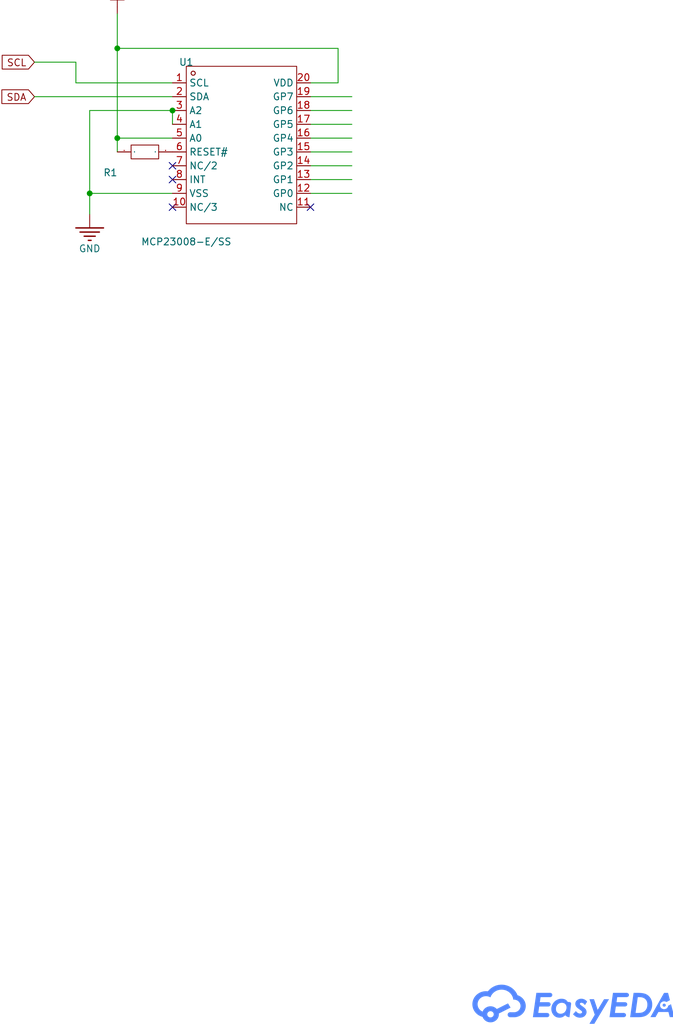
<source format=kicad_sch>
(kicad_sch (version 20250114) (generator "eeschema") (generator_version "9.0")
  (paper "User" 123.876 188.265)
  (lib_symbols
    (symbol "ProPrj_Pra-easyedapro:Drawing-Symbol_A4")
    (symbol "ProPrj_Pra-easyedapro:FRC0603J103TS"
      (property "Reference" "R" (at 0 0 0))
      (symbol "FRC0603J103TS_1_0"
        (pin unspecified line (at -5.08 0 0) (length 2.54) (name "1") (number "1"))
        (pin unspecified line (at 5.08 0 180) (length 2.54) (name "2") (number "2"))
      )
    )
    (symbol "ProPrj_Pra-easyedapro:Ground-GND" (power) (pin_numbers (hide yes)) (pin_names (hide yes))
      (property "Value" "GND" (at 0 -6.35 0))
      (symbol "Ground-GND_1_0"
        (pin power_in line (at 0 0 270) (length 2.54) (name "GND") (number "1"))
      )
    )
    (symbol "ProPrj_Pra-easyedapro:MCP23008-E/SS"
      (property "Reference" "U" (at 0 0 0))
      (symbol "MCP23008-E/SS_1_0"
        (pin unspecified line (at -12.7 11.43 0) (length 2.54) (name "SCL") (number "1"))
        (pin unspecified line (at -12.7 8.89 0) (length 2.54) (name "SDA") (number "2"))
        (pin unspecified line (at -12.7 6.35 0) (length 2.54) (name "A2") (number "3"))
        (pin unspecified line (at -12.7 3.81 0) (length 2.54) (name "A1") (number "4"))
        (pin unspecified line (at -12.7 1.27 0) (length 2.54) (name "A0") (number "5"))
        (pin unspecified line (at -12.7 -1.27 0) (length 2.54) (name "RESET#") (number "6"))
        (pin unspecified line (at -12.7 -3.81 0) (length 2.54) (name "NC/2") (number "7"))
        (pin unspecified line (at -12.7 -6.35 0) (length 2.54) (name "INT") (number "8"))
        (pin unspecified line (at -12.7 -8.89 0) (length 2.54) (name "VSS") (number "9"))
        (pin unspecified line (at -12.7 -11.43 0) (length 2.54) (name "NC/3") (number "10"))
        (pin unspecified line (at 12.7 11.43 180) (length 2.54) (name "VDD") (number "20"))
        (pin unspecified line (at 12.7 8.89 180) (length 2.54) (name "GP7") (number "19"))
        (pin unspecified line (at 12.7 6.35 180) (length 2.54) (name "GP6") (number "18"))
        (pin unspecified line (at 12.7 3.81 180) (length 2.54) (name "GP5") (number "17"))
        (pin unspecified line (at 12.7 1.27 180) (length 2.54) (name "GP4") (number "16"))
        (pin unspecified line (at 12.7 -1.27 180) (length 2.54) (name "GP3") (number "15"))
        (pin unspecified line (at 12.7 -3.81 180) (length 2.54) (name "GP2") (number "14"))
        (pin unspecified line (at 12.7 -6.35 180) (length 2.54) (name "GP1") (number "13"))
        (pin unspecified line (at 12.7 -8.89 180) (length 2.54) (name "GP0") (number "12"))
        (pin unspecified line (at 12.7 -11.43 180) (length 2.54) (name "NC") (number "11"))
      )
    )
    (symbol "ProPrj_Pra-easyedapro:Power-5V" (power) (pin_numbers (hide yes)) (pin_names (hide yes))
      (symbol "Power-5V_1_0"
        (pin power_in line (at 0 0 90) (length 1.27) (name "+5V") (number "1"))
      )
    )
  )
  (junction (at 21.59 8.89))
  (junction (at 16.51 35.56))
  (junction (at 31.75 20.32))
  (junction (at 21.59 25.4))
  (no_connect (at 31.75 33.02))
  (no_connect (at 31.75 30.48))
  (no_connect (at 31.75 38.1))
  (no_connect (at 57.15 38.1))
  (wire (pts (xy 6.35 17.78) (xy 31.75 17.78)))
  (wire (pts (xy 57.15 33.02) (xy 64.77 33.02)))
  (wire (pts (xy 57.15 27.94) (xy 64.77 27.94)))
  (wire (pts (xy 31.75 22.86) (xy 31.75 20.32)))
  (wire (pts (xy 16.51 20.32) (xy 16.51 35.56)))
  (wire (pts (xy 16.51 39.37) (xy 16.51 35.56)))
  (wire (pts (xy 62.23 15.24) (xy 57.15 15.24)))
  (wire (pts (xy 57.15 22.86) (xy 64.77 22.86)))
  (wire (pts (xy 62.23 8.89) (xy 62.23 15.24)))
  (wire (pts (xy 31.75 35.56) (xy 16.51 35.56)))
  (wire (pts (xy 57.15 20.32) (xy 64.77 20.32)))
  (wire (pts (xy 31.75 15.24) (xy 13.97 15.24)))
  (wire (pts (xy 21.59 27.94) (xy 21.59 25.4)))
  (wire (pts (xy 13.97 15.24) (xy 13.97 11.43)))
  (wire (pts (xy 21.59 8.89) (xy 62.23 8.89)))
  (wire (pts (xy 16.51 20.32) (xy 31.75 20.32)))
  (wire (pts (xy 13.97 11.43) (xy 6.35 11.43)))
  (wire (pts (xy 21.59 25.4) (xy 31.75 25.4)))
  (wire (pts (xy 57.15 30.48) (xy 64.77 30.48)))
  (wire (pts (xy 21.59 25.4) (xy 21.59 8.89)))
  (wire (pts (xy 57.15 35.56) (xy 64.77 35.56)))
  (wire (pts (xy 21.59 8.89) (xy 21.59 2.54)))
  (wire (pts (xy 57.15 25.4) (xy 64.77 25.4)))
  (wire (pts (xy 57.15 17.78) (xy 64.77 17.78)))
  (global_label "SDA" (shape input) (at 6.35 17.78 180) (property "Intersheetrefs" "${INTERSHEET_REFS}" (effects (hide yes))))
  (global_label "SCL" (shape input) (at 6.35 11.43 180) (property "Intersheetrefs" "${INTERSHEET_REFS}" (effects (hide yes))))
  (symbol (lib_id "ProPrj_Pra-easyedapro:Power-5V") (at 21.59 2.54 0) (unit 1)
    (property "Reference" "#PWR?" (effects (hide yes)))
    (property "Value" "+5V" (at 21.59 -1.27 0))
    (property "Footprint" "ProPrj_Pra-easyedapro:" (effects (hide yes)))
    (property "Description" "Power-5V" (effects (hide yes)))
  )
  (symbol (lib_id "ProPrj_Pra-easyedapro:Drawing-Symbol_A4") (at -38.1 191.77 0) (unit 1)
    (property "Reference" "?" (at -38.1 191.77 0))
    (property "Footprint" "ProPrj_Pra-easyedapro:" (effects (hide yes)))
    (property "@Board Name" "8 Digital Inputs" (at -38.1 191.77 0))
    (property "@Create Date" "2025-08-18" (at -38.1 191.77 0))
    (property "@Create Time" "22:41:48" (at -38.1 191.77 0))
    (property "@Page Count" "1" (at -38.1 191.77 0))
    (property "@Page Name" "P1" (at -38.1 191.77 0))
    (property "@Page No" "1" (at -38.1 191.77 0))
    (property "@Project Name" "Practice 4 layer" (at -38.1 191.77 0))
    (property "@Schematic Name" "Schematic2" (at -38.1 191.77 0))
    (property "@Update Date" "2025-08-18" (at -38.1 191.77 0))
    (property "@Update Time" "22:41:48" (at -38.1 191.77 0))
    (property "Blade Width" "10" (at -38.1 191.77 0))
    (property "Border" "1" (at -38.1 191.77 0))
    (property "Company" "EasyEDA.com" (at -38.1 191.77 0))
    (property "Height" "825" (at -38.1 191.77 0))
    (property "Page Size" "A4" (at -38.1 191.77 0))
    (property "Region Start" "1" (at -38.1 191.77 0))
    (property "Title Block" "1" (at -38.1 191.77 0))
    (property "Title Block Position" "3" (at -38.1 191.77 0))
    (property "Version" "V1.0" (at -38.1 191.77 0))
    (property "Width" "1170" (at -38.1 191.77 0))
    (property "X Region Count" "6" (at -38.1 191.77 0))
    (property "Y Region Count" "4" (at -38.1 191.77 0))
  )
  (symbol (lib_id "ProPrj_Pra-easyedapro:Ground-GND") (at 16.51 39.37 0) (unit 1)
    (property "Reference" "#PWR?" (effects (hide yes)))
    (property "Value" "GND" (at 16.51 45.72 0))
    (property "Footprint" "ProPrj_Pra-easyedapro:" (effects (hide yes)))
  )
  (symbol (lib_id "ProPrj_Pra-easyedapro:MCP23008-E/SS") (at 44.45 26.67 0) (unit 1)
    (property "Reference" "U1" (at 34.29 11.43 0))
    (property "Value" "MCP23008-E/SS" (at 34.29 44.45 0))
    (property "Footprint" "ProPrj_Pra-easyedapro:SSOP-20_L7.2-W5.3-P0.65-LS7.8-BL" (effects (hide yes)))
    (property "Datasheet" "https://atta.szlcsc.com/upload/public/pdf/source/20171228/C152205_15144475388971215001.pdf" (effects (hide yes)))
    (property "Description" "Interface:I2C Number of I/O:8 Interrupt Output:With Interrupt Output Output Type: Supply Voltage:- Supply Voltage:- Output Source current:- Output Sink Current:- Clock Frequency:1.7MHz Operating Temperature:- Operating Temperature:-" (effects (hide yes)))
    (property "Manufacturer Part" "MCP23008-E/SS" (effects (hide yes)))
    (property "Manufacturer" "MICROCHIP(美国微芯)" (effects (hide yes)))
    (property "Supplier Part" "C148011" (effects (hide yes)))
    (property "Supplier" "LCSC" (effects (hide yes)))
    (property "LCSC Part Name" "8位I/O扩展器带串行接口" (effects (hide yes)))
  )
  (symbol (lib_id "ProPrj_Pra-easyedapro:FRC0603J103TS") (at 26.67 27.94 0) (unit 1)
    (property "Reference" "R1" (at 20.32 31.75 0))
    (property "Value" "10kΩ" (effects (hide yes)))
    (property "Footprint" "ProPrj_Pra-easyedapro:R0603" (effects (hide yes)))
    (property "Datasheet" "https://atta.szlcsc.com/upload/public/pdf/source/20211221/925EC7D7225764EE0046F22065062C87.pdf" (effects (hide yes)))
    (property "Description" "Type:Thick Film Resistors Resistance:10kΩ Tolerance:±5% Tolerance:±5% Power(Watts):0.1W Voltage-Supply(Max):75V Temperature Coefficient:±100ppm/°C Temperature Coefficient:±100ppm/°C Operating Temperature:-55°C~+155°C Operating Temperature:-55°C~+155°C" (effects (hide yes)))
    (property "Manufacturer Part" "FRC0603J103 TS" (effects (hide yes)))
    (property "Manufacturer" "FOJAN(富捷)" (effects (hide yes)))
    (property "Supplier Part" "C2930027" (effects (hide yes)))
    (property "Supplier" "LCSC" (effects (hide yes)))
    (property "LCSC Part Name" "10kΩ ±5% 100mW 厚膜电阻" (effects (hide yes)))
  )
)
</source>
